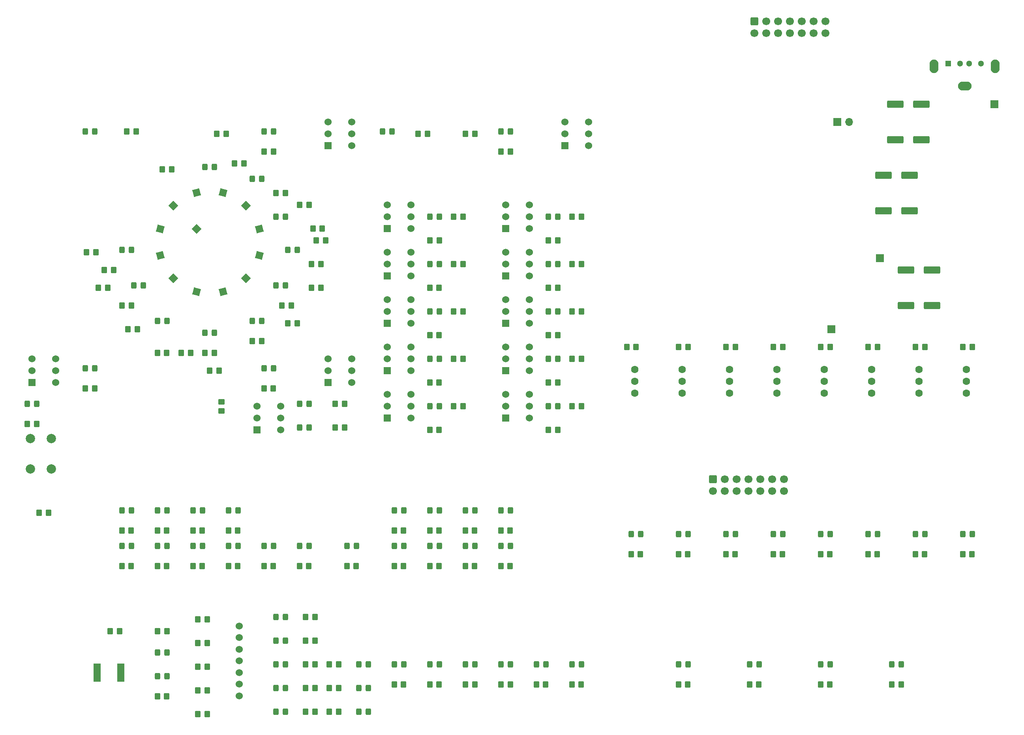
<source format=gbr>
%TF.GenerationSoftware,KiCad,Pcbnew,6.0.5-2.fc34*%
%TF.CreationDate,2022-08-23T22:10:19+03:00*%
%TF.ProjectId,spartan3,73706172-7461-46e3-932e-6b696361645f,rev?*%
%TF.SameCoordinates,Original*%
%TF.FileFunction,Soldermask,Top*%
%TF.FilePolarity,Negative*%
%FSLAX46Y46*%
G04 Gerber Fmt 4.6, Leading zero omitted, Abs format (unit mm)*
G04 Created by KiCad (PCBNEW 6.0.5-2.fc34) date 2022-08-23 22:10:19*
%MOMM*%
%LPD*%
G01*
G04 APERTURE LIST*
G04 Aperture macros list*
%AMRoundRect*
0 Rectangle with rounded corners*
0 $1 Rounding radius*
0 $2 $3 $4 $5 $6 $7 $8 $9 X,Y pos of 4 corners*
0 Add a 4 corners polygon primitive as box body*
4,1,4,$2,$3,$4,$5,$6,$7,$8,$9,$2,$3,0*
0 Add four circle primitives for the rounded corners*
1,1,$1+$1,$2,$3*
1,1,$1+$1,$4,$5*
1,1,$1+$1,$6,$7*
1,1,$1+$1,$8,$9*
0 Add four rect primitives between the rounded corners*
20,1,$1+$1,$2,$3,$4,$5,0*
20,1,$1+$1,$4,$5,$6,$7,0*
20,1,$1+$1,$6,$7,$8,$9,0*
20,1,$1+$1,$8,$9,$2,$3,0*%
%AMRotRect*
0 Rectangle, with rotation*
0 The origin of the aperture is its center*
0 $1 length*
0 $2 width*
0 $3 Rotation angle, in degrees counterclockwise*
0 Add horizontal line*
21,1,$1,$2,0,0,$3*%
G04 Aperture macros list end*
%ADD10RoundRect,0.250000X0.350000X0.450000X-0.350000X0.450000X-0.350000X-0.450000X0.350000X-0.450000X0*%
%ADD11RoundRect,0.250000X-0.350000X-0.450000X0.350000X-0.450000X0.350000X0.450000X-0.350000X0.450000X0*%
%ADD12RoundRect,0.250000X-0.325000X-0.450000X0.325000X-0.450000X0.325000X0.450000X-0.325000X0.450000X0*%
%ADD13RotRect,1.524000X1.524000X75.000000*%
%ADD14RotRect,1.524000X1.524000X45.000000*%
%ADD15RotRect,1.524000X1.524000X15.000000*%
%ADD16RotRect,1.524000X1.524000X345.000000*%
%ADD17RotRect,1.524000X1.524000X315.000000*%
%ADD18RotRect,1.524000X1.524000X285.000000*%
%ADD19RotRect,1.524000X1.524000X255.000000*%
%ADD20RotRect,1.524000X1.524000X225.000000*%
%ADD21RotRect,1.524000X1.524000X195.000000*%
%ADD22RotRect,1.524000X1.524000X165.000000*%
%ADD23RotRect,1.524000X1.524000X135.000000*%
%ADD24RotRect,1.524000X1.524000X105.000000*%
%ADD25RoundRect,0.250000X-1.500000X-0.550000X1.500000X-0.550000X1.500000X0.550000X-1.500000X0.550000X0*%
%ADD26C,1.600000*%
%ADD27C,1.524000*%
%ADD28R,1.524000X1.524000*%
%ADD29RoundRect,0.250000X0.450000X-0.350000X0.450000X0.350000X-0.450000X0.350000X-0.450000X-0.350000X0*%
%ADD30C,2.000000*%
%ADD31R,1.500000X4.000000*%
%ADD32R,1.524000X4.000000*%
%ADD33R,1.700000X1.700000*%
%ADD34O,1.700000X1.700000*%
%ADD35RoundRect,0.250000X-0.600000X0.600000X-0.600000X-0.600000X0.600000X-0.600000X0.600000X0.600000X0*%
%ADD36C,1.700000*%
%ADD37R,1.300000X1.300000*%
%ADD38C,1.300000*%
%ADD39O,2.900000X1.900000*%
%ADD40O,1.900000X2.900000*%
G04 APERTURE END LIST*
D10*
%TO.C,R_d_in_ram_a_w_0*%
X98790000Y-78740000D03*
X96790000Y-78740000D03*
%TD*%
D11*
%TO.C,R_out_acc_r_0*%
X33250000Y-115570000D03*
X35250000Y-115570000D03*
%TD*%
D12*
%TO.C,D_out_s6_0*%
X122125000Y-144240000D03*
X124175000Y-144240000D03*
%TD*%
D11*
%TO.C,R_in_manual_input_o_1*%
X195850000Y-76200000D03*
X197850000Y-76200000D03*
%TD*%
D13*
%TO.C,SW_read_register_0*%
X33824816Y-50812991D03*
D14*
X36671826Y-45881826D03*
D15*
X41602990Y-43034816D03*
D16*
X47297009Y-43034816D03*
D17*
X52228174Y-45881826D03*
D18*
X55075184Y-50812990D03*
D19*
X55075184Y-56507009D03*
D20*
X52228174Y-61438174D03*
D21*
X47297010Y-64285184D03*
D22*
X41602991Y-64285184D03*
D23*
X36671826Y-61438174D03*
D24*
X33824816Y-56507010D03*
D20*
X41620000Y-50830000D03*
%TD*%
D12*
%TO.C,D_out_is_bus1_w_0*%
X17745000Y-80740000D03*
X19795000Y-80740000D03*
%TD*%
D11*
%TO.C,R_reset_0*%
X7890000Y-111760000D03*
X9890000Y-111760000D03*
%TD*%
D10*
%TO.C,R_in_is_clk_manual_0*%
X43910000Y-154940000D03*
X41910000Y-154940000D03*
%TD*%
D12*
%TO.C,D_in_r2_r_0*%
X33225000Y-70580000D03*
X35275000Y-70580000D03*
%TD*%
D11*
%TO.C,R_d_in_acc_r_0*%
X66310000Y-58420000D03*
X68310000Y-58420000D03*
%TD*%
D12*
%TO.C,D_out_flags_z_0*%
X190705000Y-144240000D03*
X192755000Y-144240000D03*
%TD*%
%TO.C,D_out_sysbus_1*%
X195785000Y-116300000D03*
X197835000Y-116300000D03*
%TD*%
%TO.C,D_in_r2_w_0*%
X117045000Y-78740000D03*
X119095000Y-78740000D03*
%TD*%
D11*
%TO.C,R_in_ir_w_0*%
X91670000Y-63500000D03*
X93670000Y-63500000D03*
%TD*%
%TO.C,R_out_r2_w_0*%
X99290000Y-123190000D03*
X101290000Y-123190000D03*
%TD*%
D12*
%TO.C,D_out_r0_w_0*%
X84025000Y-118840000D03*
X86075000Y-118840000D03*
%TD*%
D11*
%TO.C,R_out_is_bus1_w_0*%
X17770000Y-85090000D03*
X19770000Y-85090000D03*
%TD*%
%TO.C,R_out_flags_C_out_0*%
X145010000Y-148590000D03*
X147010000Y-148590000D03*
%TD*%
D25*
%TO.C,C_pwr_vcc_core_1*%
X188970000Y-46990000D03*
X194570000Y-46990000D03*
%TD*%
D12*
%TO.C,D_in_is_clk_low_0*%
X58625000Y-149320000D03*
X60675000Y-149320000D03*
%TD*%
D26*
%TO.C,SW_in_manual_input_o_1*%
X196550000Y-86060000D03*
X196550000Y-83520000D03*
X196550000Y-80980000D03*
%TD*%
D11*
%TO.C,R_out_iar_r_0*%
X25630000Y-115570000D03*
X27630000Y-115570000D03*
%TD*%
%TO.C,R_in_ir_r_0*%
X63770000Y-45720000D03*
X65770000Y-45720000D03*
%TD*%
D10*
%TO.C,R_out_clkc_0*%
X72120000Y-144240000D03*
X70120000Y-144240000D03*
%TD*%
D26*
%TO.C,SW_in_manual_input_o_2*%
X186390000Y-86060000D03*
X186390000Y-83520000D03*
X186390000Y-80980000D03*
%TD*%
D12*
%TO.C,D_out_r0_r_0*%
X84025000Y-111220000D03*
X86075000Y-111220000D03*
%TD*%
D10*
%TO.C,R_in_manual_input_r_0*%
X20050000Y-55880000D03*
X18050000Y-55880000D03*
%TD*%
D11*
%TO.C,R_out_s6_0*%
X122150000Y-148590000D03*
X124150000Y-148590000D03*
%TD*%
%TO.C,R_out_bus1_0*%
X48490000Y-115570000D03*
X50490000Y-115570000D03*
%TD*%
%TO.C,R_d_in_manual_input_r_0*%
X21860000Y-59690000D03*
X23860000Y-59690000D03*
%TD*%
%TO.C,R_d_in_r3_r_0*%
X25670000Y-67310000D03*
X27670000Y-67310000D03*
%TD*%
D10*
%TO.C,R_out_clkw_0*%
X72120000Y-154400000D03*
X70120000Y-154400000D03*
%TD*%
D12*
%TO.C,D_out_can_write_0*%
X81485000Y-29940000D03*
X83535000Y-29940000D03*
%TD*%
D11*
%TO.C,R_out_s4_0*%
X106950000Y-148590000D03*
X108950000Y-148590000D03*
%TD*%
%TO.C,R_in_r1_w_0*%
X117110000Y-73660000D03*
X119110000Y-73660000D03*
%TD*%
%TO.C,R_in_manual_input_o_4*%
X165370000Y-76200000D03*
X167370000Y-76200000D03*
%TD*%
%TO.C,R_in_clk_manual_0*%
X23130000Y-137160000D03*
X25130000Y-137160000D03*
%TD*%
D27*
%TO.C,SW_in_bus1_0*%
X59690000Y-88900000D03*
X59690000Y-91440000D03*
X59690000Y-93980000D03*
X54610000Y-88900000D03*
X54610000Y-91440000D03*
D28*
X54610000Y-93980000D03*
%TD*%
D11*
%TO.C,R_in_r1_r_0*%
X38370000Y-77470000D03*
X40370000Y-77470000D03*
%TD*%
%TO.C,R_out_sysbus_2*%
X185650000Y-120650000D03*
X187650000Y-120650000D03*
%TD*%
%TO.C,R_out_r2_r_0*%
X99290000Y-115570000D03*
X101290000Y-115570000D03*
%TD*%
D27*
%TO.C,SW_in_is_bus1_w_0*%
X74930000Y-78740000D03*
X74930000Y-81280000D03*
X74930000Y-83820000D03*
X69850000Y-78740000D03*
X69850000Y-81280000D03*
D28*
X69850000Y-83820000D03*
%TD*%
D10*
%TO.C,R_d_in_r0_w_0*%
X124190000Y-58420000D03*
X122190000Y-58420000D03*
%TD*%
D26*
%TO.C,SW_in_manual_input_o_0*%
X206710000Y-86060000D03*
X206710000Y-83520000D03*
X206710000Y-80980000D03*
%TD*%
D27*
%TO.C,SW_pwr_0*%
X11430000Y-78740000D03*
X11430000Y-81280000D03*
X11430000Y-83820000D03*
X6350000Y-78740000D03*
X6350000Y-81280000D03*
D28*
X6350000Y-83820000D03*
%TD*%
D11*
%TO.C,R_out_ram_r_0*%
X40870000Y-115570000D03*
X42870000Y-115570000D03*
%TD*%
D27*
%TO.C,SW_in_r2_w_0*%
X113030000Y-76200000D03*
X113030000Y-78740000D03*
X113030000Y-81280000D03*
X107950000Y-76200000D03*
X107950000Y-78740000D03*
D28*
X107950000Y-81280000D03*
%TD*%
D11*
%TO.C,R_d_in_is_bus1_w_0*%
X56110000Y-85090000D03*
X58110000Y-85090000D03*
%TD*%
%TO.C,R_d_in_r0_r_0*%
X53610000Y-74930000D03*
X55610000Y-74930000D03*
%TD*%
D25*
%TO.C,C_pwr_vcc_core_0*%
X188970000Y-39370000D03*
X194570000Y-39370000D03*
%TD*%
D10*
%TO.C,R_d_in_temp_w_0*%
X124190000Y-48260000D03*
X122190000Y-48260000D03*
%TD*%
D12*
%TO.C,D_out_clkr_0*%
X76405000Y-149320000D03*
X78455000Y-149320000D03*
%TD*%
D11*
%TO.C,R_d_in_ram_r_0*%
X59960000Y-67310000D03*
X61960000Y-67310000D03*
%TD*%
%TO.C,R_out_sysbus_5*%
X155170000Y-120650000D03*
X157170000Y-120650000D03*
%TD*%
D12*
%TO.C,D_out_s2_0*%
X91645000Y-144240000D03*
X93695000Y-144240000D03*
%TD*%
D27*
%TO.C,SW_in_r3_w_0*%
X113030000Y-86360000D03*
X113030000Y-88900000D03*
X113030000Y-91440000D03*
X107950000Y-86360000D03*
X107950000Y-88900000D03*
D28*
X107950000Y-91440000D03*
%TD*%
D26*
%TO.C,SW_in_manual_input_o_7*%
X135590000Y-86060000D03*
X135590000Y-83520000D03*
X135590000Y-80980000D03*
%TD*%
D11*
%TO.C,R_d_in_iar_r_0*%
X49800000Y-36830000D03*
X51800000Y-36830000D03*
%TD*%
D12*
%TO.C,D_in_iar_w_0*%
X91645000Y-48260000D03*
X93695000Y-48260000D03*
%TD*%
%TO.C,D_out_iar_r_0*%
X25605000Y-111220000D03*
X27655000Y-111220000D03*
%TD*%
D11*
%TO.C,R_out_ram_w_0*%
X40870000Y-123190000D03*
X42870000Y-123190000D03*
%TD*%
%TO.C,R_in_r0_w_0*%
X117110000Y-63500000D03*
X119110000Y-63500000D03*
%TD*%
D10*
%TO.C,R_d_in_ir_w_0*%
X98790000Y-58420000D03*
X96790000Y-58420000D03*
%TD*%
D11*
%TO.C,R_out_flags_eq_0*%
X175490000Y-148590000D03*
X177490000Y-148590000D03*
%TD*%
D12*
%TO.C,D_out_ram_r_0*%
X40845000Y-111220000D03*
X42895000Y-111220000D03*
%TD*%
D11*
%TO.C,R_d_in_r2_r_0*%
X33250000Y-77470000D03*
X35250000Y-77470000D03*
%TD*%
D12*
%TO.C,D_out_r2_r_0*%
X99265000Y-111220000D03*
X101315000Y-111220000D03*
%TD*%
D10*
%TO.C,R_in_is_clk_high_0*%
X43910000Y-144780000D03*
X41910000Y-144780000D03*
%TD*%
D12*
%TO.C,D_out_r3_r_0*%
X106885000Y-111220000D03*
X108935000Y-111220000D03*
%TD*%
D29*
%TO.C,R_in_bus1_0*%
X46990000Y-89900000D03*
X46990000Y-87900000D03*
%TD*%
D11*
%TO.C,R_d_in_bus1_one_0*%
X71390000Y-93440000D03*
X73390000Y-93440000D03*
%TD*%
D12*
%TO.C,D_out_flags_eq_0*%
X175465000Y-144240000D03*
X177515000Y-144240000D03*
%TD*%
%TO.C,D_out_s5_0*%
X114505000Y-144240000D03*
X116555000Y-144240000D03*
%TD*%
%TO.C,D_out_acc_w_0*%
X33225000Y-118840000D03*
X35275000Y-118840000D03*
%TD*%
D11*
%TO.C,R_out_ir_w_0*%
X48490000Y-123190000D03*
X50490000Y-123190000D03*
%TD*%
D10*
%TO.C,R_out_clkr_0*%
X72120000Y-149320000D03*
X70120000Y-149320000D03*
%TD*%
D12*
%TO.C,D_out_s3_0*%
X99265000Y-144240000D03*
X101315000Y-144240000D03*
%TD*%
D11*
%TO.C,R_in_r3_w_0*%
X117110000Y-93980000D03*
X119110000Y-93980000D03*
%TD*%
%TO.C,R_out_s1_0*%
X84050000Y-148590000D03*
X86050000Y-148590000D03*
%TD*%
D10*
%TO.C,R_d_in_acc_w_0*%
X98790000Y-68580000D03*
X96790000Y-68580000D03*
%TD*%
D12*
%TO.C,D_in_r3_w_0*%
X117045000Y-88900000D03*
X119095000Y-88900000D03*
%TD*%
D11*
%TO.C,R_in_temp_w_0*%
X117110000Y-53340000D03*
X119110000Y-53340000D03*
%TD*%
D12*
%TO.C,D_out_r2_w_0*%
X99265000Y-118840000D03*
X101315000Y-118840000D03*
%TD*%
D11*
%TO.C,R_out_s5_0*%
X114530000Y-148590000D03*
X116530000Y-148590000D03*
%TD*%
%TO.C,R_out_r1_w_0*%
X91670000Y-123190000D03*
X93670000Y-123190000D03*
%TD*%
%TO.C,R_out_r0_w_0*%
X84050000Y-123190000D03*
X86050000Y-123190000D03*
%TD*%
%TO.C,R_out_clk_internal_0*%
X33250000Y-151130000D03*
X35250000Y-151130000D03*
%TD*%
D12*
%TO.C,D_in_is_clk_high_0*%
X58625000Y-144240000D03*
X60675000Y-144240000D03*
%TD*%
%TO.C,D_in_bus1_one_0*%
X63705000Y-93440000D03*
X65755000Y-93440000D03*
%TD*%
D27*
%TO.C,SW_in_acc_w_0*%
X87630000Y-66040000D03*
X87630000Y-68580000D03*
X87630000Y-71120000D03*
X82550000Y-66040000D03*
X82550000Y-68580000D03*
D28*
X82550000Y-71120000D03*
%TD*%
D26*
%TO.C,SW_in_manual_input_o_6*%
X145750000Y-86060000D03*
X145750000Y-83520000D03*
X145750000Y-80980000D03*
%TD*%
D11*
%TO.C,R_in_write_reg_en_0*%
X99330000Y-30480000D03*
X101330000Y-30480000D03*
%TD*%
%TO.C,R_d_in_none_r_0*%
X34290000Y-38100000D03*
X36290000Y-38100000D03*
%TD*%
D25*
%TO.C,C_pwr_aux_0*%
X193790000Y-59690000D03*
X199390000Y-59690000D03*
%TD*%
D11*
%TO.C,R_out_flags_w_0*%
X73890000Y-123190000D03*
X75890000Y-123190000D03*
%TD*%
D25*
%TO.C,U_pwr_vcc_1*%
X191510000Y-31750000D03*
X197110000Y-31750000D03*
%TD*%
D26*
%TO.C,SW_in_manual_input_o_4*%
X166070000Y-86060000D03*
X166070000Y-83520000D03*
X166070000Y-80980000D03*
%TD*%
D27*
%TO.C,SW_in_ir_w_0*%
X87630000Y-55880000D03*
X87630000Y-58420000D03*
X87630000Y-60960000D03*
X82550000Y-55880000D03*
X82550000Y-58420000D03*
D28*
X82550000Y-60960000D03*
%TD*%
D12*
%TO.C,D_out_flags_gt_0*%
X160225000Y-144240000D03*
X162275000Y-144240000D03*
%TD*%
%TO.C,D_in_r1_w_0*%
X117045000Y-68580000D03*
X119095000Y-68580000D03*
%TD*%
%TO.C,D_out_clk_internal_0*%
X33225000Y-146780000D03*
X35275000Y-146780000D03*
%TD*%
%TO.C,D_in_ram_w_0*%
X91645000Y-88900000D03*
X93695000Y-88900000D03*
%TD*%
D10*
%TO.C,R_d_in_is_clk_external_0*%
X67040000Y-139160000D03*
X65040000Y-139160000D03*
%TD*%
D12*
%TO.C,D_out_sysbus_0*%
X205945000Y-116300000D03*
X207995000Y-116300000D03*
%TD*%
D27*
%TO.C,SW_in_ram_a_w_0*%
X87630000Y-76200000D03*
X87630000Y-78740000D03*
X87630000Y-81280000D03*
X82550000Y-76200000D03*
X82550000Y-78740000D03*
D28*
X82550000Y-81280000D03*
%TD*%
D11*
%TO.C,R_in_manual_input_o_5*%
X155210000Y-76200000D03*
X157210000Y-76200000D03*
%TD*%
%TO.C,R_out_s3_0*%
X99330000Y-148590000D03*
X101330000Y-148590000D03*
%TD*%
D12*
%TO.C,D_in_acc_w_0*%
X91645000Y-68580000D03*
X93695000Y-68580000D03*
%TD*%
D11*
%TO.C,R_in_r2_w_0*%
X117110000Y-83820000D03*
X119110000Y-83820000D03*
%TD*%
D27*
%TO.C,SW_in_write_reg_en_0*%
X125730000Y-27940000D03*
X125730000Y-30480000D03*
X125730000Y-33020000D03*
X120650000Y-27940000D03*
X120650000Y-30480000D03*
D28*
X120650000Y-33020000D03*
%TD*%
D11*
%TO.C,R_out_sysbus_1*%
X195810000Y-120650000D03*
X197810000Y-120650000D03*
%TD*%
D12*
%TO.C,D_in_manual_input_r_0*%
X25605000Y-55340000D03*
X27655000Y-55340000D03*
%TD*%
%TO.C,D_out_sysbus_6*%
X144985000Y-116300000D03*
X147035000Y-116300000D03*
%TD*%
D26*
%TO.C,SW_in_manual_input_o_3*%
X176230000Y-86060000D03*
X176230000Y-83520000D03*
X176230000Y-80980000D03*
%TD*%
D11*
%TO.C,R_out_sysbus_4*%
X165330000Y-120650000D03*
X167330000Y-120650000D03*
%TD*%
D10*
%TO.C,R_d_in_r1_w_0*%
X124190000Y-68580000D03*
X122190000Y-68580000D03*
%TD*%
D12*
%TO.C,D_out_sysbus_2*%
X185625000Y-116300000D03*
X187675000Y-116300000D03*
%TD*%
%TO.C,D_in_ram_a_w_0*%
X91645000Y-78740000D03*
X93695000Y-78740000D03*
%TD*%
%TO.C,D_out_s1_0*%
X84025000Y-144240000D03*
X86075000Y-144240000D03*
%TD*%
D10*
%TO.C,R_in_is_clk_veryhigh_0*%
X43910000Y-134620000D03*
X41910000Y-134620000D03*
%TD*%
D11*
%TO.C,R_in_iar_r_0*%
X58690000Y-43180000D03*
X60690000Y-43180000D03*
%TD*%
D10*
%TO.C,R_d_in_r2_w_0*%
X124190000Y-78740000D03*
X122190000Y-78740000D03*
%TD*%
D11*
%TO.C,R_out_r0_r_0*%
X84050000Y-115570000D03*
X86050000Y-115570000D03*
%TD*%
D12*
%TO.C,D_out_bus1_0*%
X48465000Y-111220000D03*
X50515000Y-111220000D03*
%TD*%
%TO.C,D_in_r0_w_0*%
X117045000Y-58420000D03*
X119095000Y-58420000D03*
%TD*%
D11*
%TO.C,R_out_flags_z_0*%
X190770000Y-148590000D03*
X192770000Y-148590000D03*
%TD*%
D10*
%TO.C,R_d_in_is_clk_high_0*%
X67040000Y-144240000D03*
X65040000Y-144240000D03*
%TD*%
D27*
%TO.C,SW_in_r1_w_0*%
X113030000Y-66040000D03*
X113030000Y-68580000D03*
X113030000Y-71120000D03*
X107950000Y-66040000D03*
X107950000Y-68580000D03*
D28*
X107950000Y-71120000D03*
%TD*%
D25*
%TO.C,C_pwr_aux_1*%
X193790000Y-67310000D03*
X199390000Y-67310000D03*
%TD*%
D11*
%TO.C,R_out_iar_w_0*%
X25630000Y-123190000D03*
X27630000Y-123190000D03*
%TD*%
%TO.C,R_in_manual_input_o_2*%
X185690000Y-76200000D03*
X187690000Y-76200000D03*
%TD*%
D12*
%TO.C,D_in_r1_r_0*%
X43385000Y-73120000D03*
X45435000Y-73120000D03*
%TD*%
D11*
%TO.C,R_out_r3_r_0*%
X106910000Y-115570000D03*
X108910000Y-115570000D03*
%TD*%
D12*
%TO.C,D_in_acc_r_0*%
X61165000Y-55340000D03*
X63215000Y-55340000D03*
%TD*%
D11*
%TO.C,R_out_r3_w_0*%
X106910000Y-123190000D03*
X108910000Y-123190000D03*
%TD*%
D12*
%TO.C,D_in_ir_r_0*%
X58625000Y-48260000D03*
X60675000Y-48260000D03*
%TD*%
D11*
%TO.C,R_in_ram_w_0*%
X91670000Y-93980000D03*
X93670000Y-93980000D03*
%TD*%
%TO.C,R_out_acc_w_0*%
X33250000Y-123190000D03*
X35250000Y-123190000D03*
%TD*%
D27*
%TO.C,SW_in_r0_w_0*%
X113030000Y-55880000D03*
X113030000Y-58420000D03*
X113030000Y-60960000D03*
X107950000Y-55880000D03*
X107950000Y-58420000D03*
D28*
X107950000Y-60960000D03*
%TD*%
D11*
%TO.C,R_out_flags_gt_0*%
X160250000Y-148590000D03*
X162250000Y-148590000D03*
%TD*%
D12*
%TO.C,D_out_sysbus_3*%
X175465000Y-116300000D03*
X177515000Y-116300000D03*
%TD*%
%TO.C,D_in_iar_r_0*%
X53545000Y-40100000D03*
X55595000Y-40100000D03*
%TD*%
%TO.C,D_out_sysbus_7*%
X134825000Y-116300000D03*
X136875000Y-116300000D03*
%TD*%
%TO.C,D_in_temp_w_0*%
X117045000Y-48260000D03*
X119095000Y-48260000D03*
%TD*%
%TO.C,D_in_read_reg_en_0*%
X56085000Y-29940000D03*
X58135000Y-29940000D03*
%TD*%
D11*
%TO.C,R_d_in_read_reg_en_0*%
X56150000Y-34290000D03*
X58150000Y-34290000D03*
%TD*%
%TO.C,R_in_ram_r_0*%
X66310000Y-63500000D03*
X68310000Y-63500000D03*
%TD*%
D10*
%TO.C,R_in_is_clk_low_0*%
X43910000Y-149860000D03*
X41910000Y-149860000D03*
%TD*%
%TO.C,R_d_in_is_clk_veryhigh_0*%
X67040000Y-134080000D03*
X65040000Y-134080000D03*
%TD*%
D12*
%TO.C,D_out_can_read_0*%
X17745000Y-29940000D03*
X19795000Y-29940000D03*
%TD*%
D11*
%TO.C,R_in_acc_w_0*%
X91670000Y-73660000D03*
X93670000Y-73660000D03*
%TD*%
D27*
%TO.C,SW_in_temp_w_0*%
X113030000Y-45720000D03*
X113030000Y-48260000D03*
X113030000Y-50800000D03*
X107950000Y-45720000D03*
X107950000Y-48260000D03*
D28*
X107950000Y-50800000D03*
%TD*%
D11*
%TO.C,R_out_can_write_0*%
X89170000Y-30480000D03*
X91170000Y-30480000D03*
%TD*%
D12*
%TO.C,D_in_is_clk_manual_0*%
X58625000Y-154400000D03*
X60675000Y-154400000D03*
%TD*%
D26*
%TO.C,SW_in_manual_input_o_5*%
X155910000Y-86060000D03*
X155910000Y-83520000D03*
X155910000Y-80980000D03*
%TD*%
D11*
%TO.C,R_out_sysbus_7*%
X134850000Y-120650000D03*
X136850000Y-120650000D03*
%TD*%
D12*
%TO.C,D_out_ram_w_0*%
X40845000Y-118840000D03*
X42895000Y-118840000D03*
%TD*%
%TO.C,D_out_s4_0*%
X106885000Y-144240000D03*
X108935000Y-144240000D03*
%TD*%
D11*
%TO.C,R_out_sysbus_6*%
X145010000Y-120650000D03*
X147010000Y-120650000D03*
%TD*%
D12*
%TO.C,D_out_r1_r_0*%
X91645000Y-111220000D03*
X93695000Y-111220000D03*
%TD*%
%TO.C,D_out_iar_w_0*%
X25605000Y-118840000D03*
X27655000Y-118840000D03*
%TD*%
D30*
%TO.C,SW_reset_0*%
X5967500Y-95810000D03*
X5967500Y-102310000D03*
X10467500Y-102310000D03*
X10467500Y-95810000D03*
%TD*%
D12*
%TO.C,D_out_temp_w_0*%
X56085000Y-118840000D03*
X58135000Y-118840000D03*
%TD*%
%TO.C,D_in_r0_r_0*%
X53545000Y-70580000D03*
X55595000Y-70580000D03*
%TD*%
%TO.C,D_in_is_clk_external_0*%
X58625000Y-139160000D03*
X60675000Y-139160000D03*
%TD*%
%TO.C,D_out_clkc_0*%
X76405000Y-144240000D03*
X78455000Y-144240000D03*
%TD*%
%TO.C,D_out_r3_w_0*%
X106885000Y-118840000D03*
X108935000Y-118840000D03*
%TD*%
D11*
%TO.C,R_in_r0_r_0*%
X61230000Y-71120000D03*
X63230000Y-71120000D03*
%TD*%
D10*
%TO.C,R_in_is_bus1_w_0*%
X46450000Y-81280000D03*
X44450000Y-81280000D03*
%TD*%
D11*
%TO.C,R_out_r1_r_0*%
X91670000Y-115570000D03*
X93670000Y-115570000D03*
%TD*%
D12*
%TO.C,D_in_bus1_ps_0*%
X63705000Y-88360000D03*
X65755000Y-88360000D03*
%TD*%
D10*
%TO.C,R_d_in_is_clk_low_0*%
X67040000Y-149320000D03*
X65040000Y-149320000D03*
%TD*%
D12*
%TO.C,D_in_clk_manual_0*%
X33225000Y-141700000D03*
X35275000Y-141700000D03*
%TD*%
%TO.C,D_out_ir_w_0*%
X48465000Y-118840000D03*
X50515000Y-118840000D03*
%TD*%
%TO.C,D_out_flags_w_0*%
X73865000Y-118840000D03*
X75915000Y-118840000D03*
%TD*%
D31*
%TO.C,SW_in_clk_manual_0*%
X20320000Y-146050000D03*
D32*
X25400000Y-146050000D03*
%TD*%
D12*
%TO.C,D_out_r1_w_0*%
X91645000Y-118840000D03*
X93695000Y-118840000D03*
%TD*%
D10*
%TO.C,R_d_in_ram_w_0*%
X98790000Y-88900000D03*
X96790000Y-88900000D03*
%TD*%
D11*
%TO.C,R_in_manual_input_o_3*%
X175530000Y-76200000D03*
X177530000Y-76200000D03*
%TD*%
D27*
%TO.C,SW_in_ram_w_0*%
X87630000Y-86360000D03*
X87630000Y-88900000D03*
X87630000Y-91440000D03*
X82550000Y-86360000D03*
X82550000Y-88900000D03*
D28*
X82550000Y-91440000D03*
%TD*%
D12*
%TO.C,D_out_acc_r_0*%
X33225000Y-111220000D03*
X35275000Y-111220000D03*
%TD*%
D11*
%TO.C,R_out_temp_w_0*%
X56110000Y-123190000D03*
X58110000Y-123190000D03*
%TD*%
D12*
%TO.C,D_in_ir_w_0*%
X91645000Y-58420000D03*
X93695000Y-58420000D03*
%TD*%
D10*
%TO.C,R_in_r3_r_0*%
X22590000Y-63500000D03*
X20590000Y-63500000D03*
%TD*%
D12*
%TO.C,D_in_is_bus1_w_0*%
X56085000Y-80740000D03*
X58135000Y-80740000D03*
%TD*%
D11*
%TO.C,R_out_s2_0*%
X91670000Y-148590000D03*
X93670000Y-148590000D03*
%TD*%
D12*
%TO.C,D_in_ram_r_0*%
X58625000Y-62960000D03*
X60675000Y-62960000D03*
%TD*%
D10*
%TO.C,R_d_in_bus1_ps_0*%
X73390000Y-88360000D03*
X71390000Y-88360000D03*
%TD*%
D11*
%TO.C,R_in_manual_input_o_7*%
X133890000Y-76200000D03*
X135890000Y-76200000D03*
%TD*%
%TO.C,R_d_in_ir_r_0*%
X66580000Y-50800000D03*
X68580000Y-50800000D03*
%TD*%
%TO.C,R_out_can_read_0*%
X26670000Y-29940000D03*
X28670000Y-29940000D03*
%TD*%
D12*
%TO.C,D_vcc_0*%
X5285000Y-88360000D03*
X7335000Y-88360000D03*
%TD*%
D11*
%TO.C,R_in_manual_input_o_6*%
X145050000Y-76200000D03*
X147050000Y-76200000D03*
%TD*%
%TO.C,R_in_manual_input_o_0*%
X206010000Y-76200000D03*
X208010000Y-76200000D03*
%TD*%
D10*
%TO.C,R_in_r2_r_0*%
X28940000Y-72390000D03*
X26940000Y-72390000D03*
%TD*%
D11*
%TO.C,R_out_ram_a_w_0*%
X63730000Y-123190000D03*
X65730000Y-123190000D03*
%TD*%
%TO.C,R_in_read_reg_en_0*%
X45990000Y-30480000D03*
X47990000Y-30480000D03*
%TD*%
D27*
%TO.C,SW_in_iar_w_0*%
X87630000Y-45720000D03*
X87630000Y-48260000D03*
X87630000Y-50800000D03*
X82550000Y-45720000D03*
X82550000Y-48260000D03*
D28*
X82550000Y-50800000D03*
%TD*%
D12*
%TO.C,D_out_flags_C_out_0*%
X144985000Y-144240000D03*
X147035000Y-144240000D03*
%TD*%
D11*
%TO.C,R_out_sysbus_0*%
X205970000Y-120650000D03*
X207970000Y-120650000D03*
%TD*%
D10*
%TO.C,R_d_in_is_clk_manual_0*%
X67040000Y-154400000D03*
X65040000Y-154400000D03*
%TD*%
D12*
%TO.C,D_out_sysbus_5*%
X155145000Y-116300000D03*
X157195000Y-116300000D03*
%TD*%
%TO.C,D_out_clkw_0*%
X76405000Y-154400000D03*
X78455000Y-154400000D03*
%TD*%
%TO.C,D_in_r3_r_0*%
X28145000Y-62960000D03*
X30195000Y-62960000D03*
%TD*%
D10*
%TO.C,R_in_is_clk_external_0*%
X43910000Y-139700000D03*
X41910000Y-139700000D03*
%TD*%
D12*
%TO.C,D_out_sysbus_4*%
X165305000Y-116300000D03*
X167355000Y-116300000D03*
%TD*%
D11*
%TO.C,R_d_in_clk_manual_0*%
X33290000Y-137160000D03*
X35290000Y-137160000D03*
%TD*%
%TO.C,R_vcc_0*%
X5350000Y-92710000D03*
X7350000Y-92710000D03*
%TD*%
D27*
%TO.C,U1_clk_select_0*%
X50800000Y-136010000D03*
X50800000Y-138510000D03*
X50800000Y-141010000D03*
X50800000Y-143510000D03*
X50800000Y-146010000D03*
X50800000Y-148510000D03*
X50800000Y-151010000D03*
%TD*%
D11*
%TO.C,R_out_sysbus_3*%
X175490000Y-120650000D03*
X177490000Y-120650000D03*
%TD*%
%TO.C,R_d_in_write_reg_en_0*%
X106950000Y-34290000D03*
X108950000Y-34290000D03*
%TD*%
%TO.C,R_in_acc_r_0*%
X67310000Y-53340000D03*
X69310000Y-53340000D03*
%TD*%
D12*
%TO.C,D_in_none_r_0*%
X43385000Y-37560000D03*
X45435000Y-37560000D03*
%TD*%
D27*
%TO.C,SW_in_read_reg_en_0*%
X74930000Y-27940000D03*
X74930000Y-30480000D03*
X74930000Y-33020000D03*
X69850000Y-27940000D03*
X69850000Y-30480000D03*
D28*
X69850000Y-33020000D03*
%TD*%
D10*
%TO.C,R_d_in_r3_w_0*%
X124190000Y-88900000D03*
X122190000Y-88900000D03*
%TD*%
D11*
%TO.C,R_in_iar_w_0*%
X91710000Y-53340000D03*
X93710000Y-53340000D03*
%TD*%
D10*
%TO.C,R_d_in_iar_w_0*%
X98790000Y-48260000D03*
X96790000Y-48260000D03*
%TD*%
D25*
%TO.C,C_pwr_vcc_0*%
X191510000Y-24130000D03*
X197110000Y-24130000D03*
%TD*%
D12*
%TO.C,D_in_is_clk_veryhigh_0*%
X58625000Y-134080000D03*
X60675000Y-134080000D03*
%TD*%
D11*
%TO.C,R_d_in_r1_r_0*%
X43450000Y-77470000D03*
X45450000Y-77470000D03*
%TD*%
%TO.C,R_in_ram_a_w_0*%
X91670000Y-83820000D03*
X93670000Y-83820000D03*
%TD*%
D12*
%TO.C,D_in_write_reg_en_0*%
X106885000Y-29940000D03*
X108935000Y-29940000D03*
%TD*%
%TO.C,D_out_ram_a_w_0*%
X63705000Y-118840000D03*
X65755000Y-118840000D03*
%TD*%
D33*
%TO.C,J_OUT_USART1_TX_0*%
X177800000Y-72390000D03*
%TD*%
%TO.C,JP_SPI_Direct_PRG_0*%
X179070000Y-27940000D03*
D34*
X181610000Y-27940000D03*
%TD*%
D33*
%TO.C,J_GND_0*%
X212725000Y-24130000D03*
%TD*%
D35*
%TO.C,P_JTAG_FLASH_0*%
X152350000Y-104500000D03*
D36*
X152350000Y-107040000D03*
X154890000Y-104500000D03*
X154890000Y-107040000D03*
X157430000Y-104500000D03*
X157430000Y-107040000D03*
X159970000Y-104500000D03*
X159970000Y-107040000D03*
X162510000Y-104500000D03*
X162510000Y-107040000D03*
X165050000Y-104500000D03*
X165050000Y-107040000D03*
X167590000Y-104500000D03*
X167590000Y-107040000D03*
%TD*%
D33*
%TO.C,J_clk_0*%
X188214000Y-57150000D03*
%TD*%
D35*
%TO.C,P_JTAG_FPGA_0*%
X161290000Y-6350000D03*
D36*
X161290000Y-8890000D03*
X163830000Y-6350000D03*
X163830000Y-8890000D03*
X166370000Y-6350000D03*
X166370000Y-8890000D03*
X168910000Y-6350000D03*
X168910000Y-8890000D03*
X171450000Y-6350000D03*
X171450000Y-8890000D03*
X173990000Y-6350000D03*
X173990000Y-8890000D03*
X176530000Y-6350000D03*
X176530000Y-8890000D03*
%TD*%
D37*
%TO.C,J_pwr_0*%
X202875000Y-15395000D03*
D38*
X205375000Y-15395000D03*
X207375000Y-15395000D03*
X209875000Y-15395000D03*
D39*
X206375000Y-20175000D03*
D40*
X199805000Y-15995000D03*
X212945000Y-15995000D03*
%TD*%
M02*

</source>
